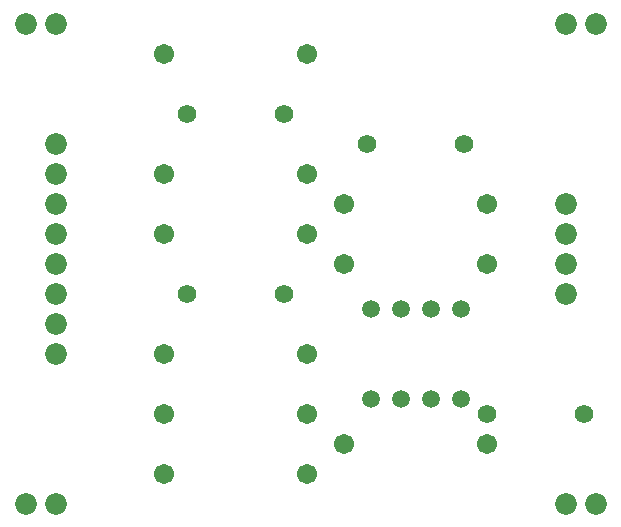
<source format=gbr>
G04 EAGLE Gerber RS-274X export*
G75*
%MOMM*%
%FSLAX34Y34*%
%LPD*%
%INSoldermask Bottom*%
%IPPOS*%
%AMOC8*
5,1,8,0,0,1.08239X$1,22.5*%
G01*
%ADD10C,1.557000*%
%ADD11C,1.832100*%
%ADD12C,1.707000*%
%ADD13C,1.513000*%


D10*
X161900Y355600D03*
X244500Y355600D03*
X161900Y203200D03*
X244500Y203200D03*
X396900Y330200D03*
X314300Y330200D03*
X498500Y101600D03*
X415900Y101600D03*
D11*
X50800Y279400D03*
X50800Y254000D03*
X50800Y228600D03*
X50800Y203200D03*
X50800Y177800D03*
X50800Y152400D03*
X482600Y254000D03*
X482600Y279400D03*
X482600Y203200D03*
X482600Y228600D03*
D12*
X142900Y304800D03*
X263500Y304800D03*
X142900Y254000D03*
X263500Y254000D03*
X415900Y228600D03*
X295300Y228600D03*
X415900Y76200D03*
X295300Y76200D03*
X263500Y101600D03*
X142900Y101600D03*
X263500Y152400D03*
X142900Y152400D03*
X263500Y406400D03*
X142900Y406400D03*
X415900Y279400D03*
X295300Y279400D03*
X263500Y50800D03*
X142900Y50800D03*
D13*
X393700Y190500D03*
X368300Y190500D03*
X342900Y190500D03*
X317500Y190500D03*
X317500Y114300D03*
X342900Y114300D03*
X368300Y114300D03*
X393700Y114300D03*
D11*
X50800Y330200D03*
X50800Y304800D03*
X25400Y25400D03*
X50800Y25400D03*
X25400Y431800D03*
X50800Y431800D03*
X482600Y431800D03*
X508000Y431800D03*
X482600Y25400D03*
X508000Y25400D03*
M02*

</source>
